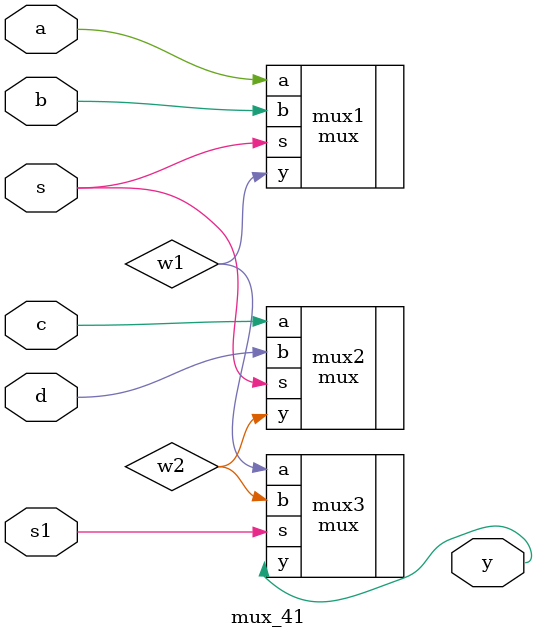
<source format=v>

module mux_41(input a,b,c,d,s,s1,output y);
wire w1,w2;
  mux mux1(.a(a),.b(b),.s(s),.y(w1));
  mux mux2(.a(c),.b(d),.s(s),.y(w2));
  mux mux3(.a(w1),.b(w2),.s(s1),.y(y));
 endmodule


</source>
